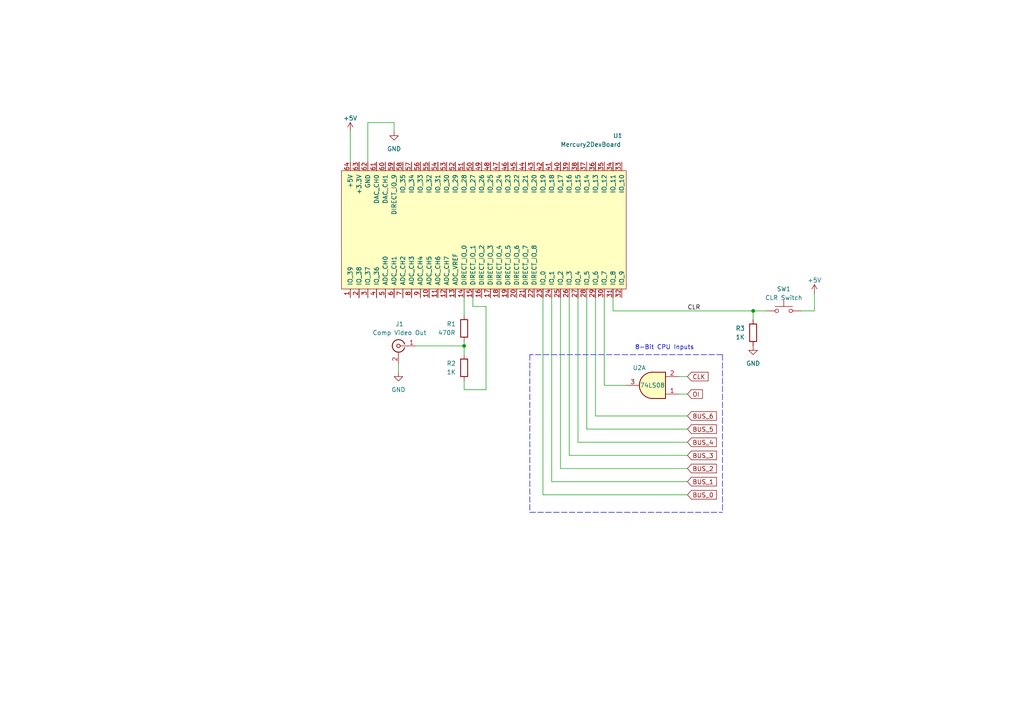
<source format=kicad_sch>
(kicad_sch (version 20230121) (generator eeschema)
  (paper "A4")
  (title_block (title "Apple 1 VDT - 8-Bit CPU Interface"))
  (lib_symbols
    (symbol "74xx:74LS08" (pin_names (offset 1.016))
      (property "Reference" "U" (at 0 1.27 0))
      (property "Value" "74LS08" (at 0 -1.27 0))
      (symbol "74LS08_1_1"
        (arc (start 0 -3.81) (mid 3.7934 0) (end 0 3.81) (stroke (width 0.254)) (fill (type background)))
        (polyline (pts (xy 0 3.81) (xy -3.81 3.81) (xy -3.81 -3.81) (xy 0 -3.81)) (stroke (width 0.254)) (fill (type background)))
        (pin input line (at -7.62 2.54 0) (length 3.81) (name "~") (number "1"))
        (pin input line (at -7.62 -2.54 0) (length 3.81) (name "~") (number "2"))
        (pin output line (at 7.62 0 180) (length 3.81) (name "~") (number "3"))
      )
      (symbol "74LS08_1_2"
        (arc (start -3.81 -3.81) (mid -2.589 0) (end -3.81 3.81) (stroke (width 0.254)))
        (arc (start -0.6096 -3.81) (mid 2.1842 -2.5851) (end 3.81 0) (stroke (width 0.254)) (fill (type background)))
        (polyline (pts (xy -3.81 -3.81) (xy -0.635 -3.81)) (stroke (width 0.254)) (fill (type background)))
        (polyline (pts (xy -3.81 3.81) (xy -0.635 3.81)) (stroke (width 0.254)) (fill (type background)))
        (polyline (pts (xy -0.635 3.81) (xy -3.81 3.81) (xy -3.81 3.81) (xy -3.556 3.4036) (xy -3.0226 2.2606) (xy -2.6924 1.0414) (xy -2.6162 -0.254) (xy -2.7686 -1.4986) (xy -3.175 -2.7178) (xy -3.81 -3.81) (xy -3.81 -3.81) (xy -0.635 -3.81)) (stroke (width -25.4)) (fill (type background)))
        (arc (start 3.81 0) (mid 2.1915 2.5936) (end -0.6096 3.81) (stroke (width 0.254)) (fill (type background)))
        (pin input inverted (at -7.62 2.54 0) (length 4.318) (name "~") (number "1"))
        (pin input inverted (at -7.62 -2.54 0) (length 4.318) (name "~") (number "2"))
        (pin output inverted (at 7.62 0 180) (length 3.81) (name "~") (number "3"))
      )
      (symbol "74LS08_2_1"
        (arc (start 0 -3.81) (mid 3.7934 0) (end 0 3.81) (stroke (width 0.254)) (fill (type background)))
        (polyline (pts (xy 0 3.81) (xy -3.81 3.81) (xy -3.81 -3.81) (xy 0 -3.81)) (stroke (width 0.254)) (fill (type background)))
        (pin input line (at -7.62 2.54 0) (length 3.81) (name "~") (number "4"))
        (pin input line (at -7.62 -2.54 0) (length 3.81) (name "~") (number "5"))
        (pin output line (at 7.62 0 180) (length 3.81) (name "~") (number "6"))
      )
      (symbol "74LS08_2_2"
        (arc (start -3.81 -3.81) (mid -2.589 0) (end -3.81 3.81) (stroke (width 0.254)))
        (arc (start -0.6096 -3.81) (mid 2.1842 -2.5851) (end 3.81 0) (stroke (width 0.254)) (fill (type background)))
        (polyline (pts (xy -3.81 -3.81) (xy -0.635 -3.81)) (stroke (width 0.254)) (fill (type background)))
        (polyline (pts (xy -3.81 3.81) (xy -0.635 3.81)) (stroke (width 0.254)) (fill (type background)))
        (polyline (pts (xy -0.635 3.81) (xy -3.81 3.81) (xy -3.81 3.81) (xy -3.556 3.4036) (xy -3.0226 2.2606) (xy -2.6924 1.0414) (xy -2.6162 -0.254) (xy -2.7686 -1.4986) (xy -3.175 -2.7178) (xy -3.81 -3.81) (xy -3.81 -3.81) (xy -0.635 -3.81)) (stroke (width -25.4)) (fill (type background)))
        (arc (start 3.81 0) (mid 2.1915 2.5936) (end -0.6096 3.81) (stroke (width 0.254)) (fill (type background)))
        (pin input inverted (at -7.62 2.54 0) (length 4.318) (name "~") (number "4"))
        (pin input inverted (at -7.62 -2.54 0) (length 4.318) (name "~") (number "5"))
        (pin output inverted (at 7.62 0 180) (length 3.81) (name "~") (number "6"))
      )
      (symbol "74LS08_3_1"
        (arc (start 0 -3.81) (mid 3.7934 0) (end 0 3.81) (stroke (width 0.254)) (fill (type background)))
        (polyline (pts (xy 0 3.81) (xy -3.81 3.81) (xy -3.81 -3.81) (xy 0 -3.81)) (stroke (width 0.254)) (fill (type background)))
        (pin input line (at -7.62 -2.54 0) (length 3.81) (name "~") (number "10"))
        (pin output line (at 7.62 0 180) (length 3.81) (name "~") (number "8"))
        (pin input line (at -7.62 2.54 0) (length 3.81) (name "~") (number "9"))
      )
      (symbol "74LS08_3_2"
        (arc (start -3.81 -3.81) (mid -2.589 0) (end -3.81 3.81) (stroke (width 0.254)))
        (arc (start -0.6096 -3.81) (mid 2.1842 -2.5851) (end 3.81 0) (stroke (width 0.254)) (fill (type background)))
        (polyline (pts (xy -3.81 -3.81) (xy -0.635 -3.81)) (stroke (width 0.254)) (fill (type background)))
        (polyline (pts (xy -3.81 3.81) (xy -0.635 3.81)) (stroke (width 0.254)) (fill (type background)))
        (polyline (pts (xy -0.635 3.81) (xy -3.81 3.81) (xy -3.81 3.81) (xy -3.556 3.4036) (xy -3.0226 2.2606) (xy -2.6924 1.0414) (xy -2.6162 -0.254) (xy -2.7686 -1.4986) (xy -3.175 -2.7178) (xy -3.81 -3.81) (xy -3.81 -3.81) (xy -0.635 -3.81)) (stroke (width -25.4)) (fill (type background)))
        (arc (start 3.81 0) (mid 2.1915 2.5936) (end -0.6096 3.81) (stroke (width 0.254)) (fill (type background)))
        (pin input inverted (at -7.62 -2.54 0) (length 4.318) (name "~") (number "10"))
        (pin output inverted (at 7.62 0 180) (length 3.81) (name "~") (number "8"))
        (pin input inverted (at -7.62 2.54 0) (length 4.318) (name "~") (number "9"))
      )
      (symbol "74LS08_4_1"
        (arc (start 0 -3.81) (mid 3.7934 0) (end 0 3.81) (stroke (width 0.254)) (fill (type background)))
        (polyline (pts (xy 0 3.81) (xy -3.81 3.81) (xy -3.81 -3.81) (xy 0 -3.81)) (stroke (width 0.254)) (fill (type background)))
        (pin output line (at 7.62 0 180) (length 3.81) (name "~") (number "11"))
        (pin input line (at -7.62 2.54 0) (length 3.81) (name "~") (number "12"))
        (pin input line (at -7.62 -2.54 0) (length 3.81) (name "~") (number "13"))
      )
      (symbol "74LS08_4_2"
        (arc (start -3.81 -3.81) (mid -2.589 0) (end -3.81 3.81) (stroke (width 0.254)))
        (arc (start -0.6096 -3.81) (mid 2.1842 -2.5851) (end 3.81 0) (stroke (width 0.254)) (fill (type background)))
        (polyline (pts (xy -3.81 -3.81) (xy -0.635 -3.81)) (stroke (width 0.254)) (fill (type background)))
        (polyline (pts (xy -3.81 3.81) (xy -0.635 3.81)) (stroke (width 0.254)) (fill (type background)))
        (polyline (pts (xy -0.635 3.81) (xy -3.81 3.81) (xy -3.81 3.81) (xy -3.556 3.4036) (xy -3.0226 2.2606) (xy -2.6924 1.0414) (xy -2.6162 -0.254) (xy -2.7686 -1.4986) (xy -3.175 -2.7178) (xy -3.81 -3.81) (xy -3.81 -3.81) (xy -0.635 -3.81)) (stroke (width -25.4)) (fill (type background)))
        (arc (start 3.81 0) (mid 2.1915 2.5936) (end -0.6096 3.81) (stroke (width 0.254)) (fill (type background)))
        (pin output inverted (at 7.62 0 180) (length 3.81) (name "~") (number "11"))
        (pin input inverted (at -7.62 2.54 0) (length 4.318) (name "~") (number "12"))
        (pin input inverted (at -7.62 -2.54 0) (length 4.318) (name "~") (number "13"))
      )
      (symbol "74LS08_5_0"
        (pin power_in line (at 0 12.7 270) (length 5.08) (name "VCC") (number "14"))
        (pin power_in line (at 0 -12.7 90) (length 5.08) (name "GND") (number "7"))
      )
      (symbol "74LS08_5_1"
        (rectangle (start -5.08 7.62) (end 5.08 -7.62) (stroke (width 0.254)) (fill (type background)))
      )
    )
    (symbol "Connector:Conn_Coaxial" (pin_names (offset 1.016) hide)
      (property "Reference" "J" (at 0.254 3.048 0))
      (property "Value" "Conn_Coaxial" (at 2.921 0 90))
      (symbol "Conn_Coaxial_0_1"
        (arc (start -1.778 -0.508) (mid 0.2311 -1.8066) (end 1.778 0) (stroke (width 0.254)))
        (polyline (pts (xy -2.54 0) (xy -0.508 0)))
        (polyline (pts (xy 0 -2.54) (xy 0 -1.778)))
        (circle (center 0 0) (radius 0.508) (stroke (width 0.2032)))
        (arc (start 1.778 0) (mid 0.2099 1.8101) (end -1.778 0.508) (stroke (width 0.254)))
      )
      (symbol "Conn_Coaxial_1_1"
        (pin passive line (at -5.08 0 0) (length 2.54) (name "In") (number "1"))
        (pin passive line (at 0 -5.08 90) (length 2.54) (name "Ext") (number "2"))
      )
    )
    (symbol "Device:R" (pin_numbers hide) (pin_names (offset 0))
      (property "Reference" "R" (at 2.032 0 90))
      (property "Value" "R" (at 0 0 90))
      (symbol "R_0_1"
        (rectangle (start -1.016 -2.54) (end 1.016 2.54) (stroke (width 0.254)))
      )
      (symbol "R_1_1"
        (pin passive line (at 0 3.81 270) (length 1.27) (name "~") (number "1"))
        (pin passive line (at 0 -3.81 90) (length 1.27) (name "~") (number "2"))
      )
    )
    (symbol "FPGA_Xilinx_Artix7:Mercury2DevBoard" (pin_names (offset 1.016))
      (property "Reference" "U" (at -17.78 43.18 0))
      (property "Value" "Mercury2DevBoard" (at -10.16 40.64 0))
      (symbol "Mercury2DevBoard_0_1"
        (rectangle (start -19.05 35.56) (end 15.24 -46.99) (fill (type background)))
      )
      (symbol "Mercury2DevBoard_1_1"
        (pin bidirectional line (at -21.59 33.02 0) (length 2.54) (name "IO_39") (number "1"))
        (pin input line (at -21.59 10.16 0) (length 2.54) (name "ADC_CH5") (number "10"))
        (pin input line (at -21.59 7.62 0) (length 2.54) (name "ADC_CH6") (number "11"))
        (pin input line (at -21.59 5.08 0) (length 2.54) (name "ADC_CH7") (number "12"))
        (pin power_in line (at -21.59 2.54 0) (length 2.54) (name "ADC_VREF") (number "13"))
        (pin bidirectional line (at -21.59 0 0) (length 2.54) (name "DIRECT_IO_0") (number "14"))
        (pin bidirectional line (at -21.59 -2.54 0) (length 2.54) (name "DIRECT_IO_1") (number "15"))
        (pin bidirectional line (at -21.59 -5.08 0) (length 2.54) (name "DIRECT_IO_2") (number "16"))
        (pin bidirectional line (at -21.59 -7.62 0) (length 2.54) (name "DIRECT_IO_3") (number "17"))
        (pin bidirectional line (at -21.59 -10.16 0) (length 2.54) (name "DIRECT_IO_4") (number "18"))
        (pin bidirectional line (at -21.59 -12.7 0) (length 2.54) (name "DIRECT_IO_5") (number "19"))
        (pin bidirectional line (at -21.59 30.48 0) (length 2.54) (name "IO_38") (number "2"))
        (pin bidirectional line (at -21.59 -15.24 0) (length 2.54) (name "DIRECT_IO_6") (number "20"))
        (pin bidirectional line (at -21.59 -17.78 0) (length 2.54) (name "DIRECT_IO_7") (number "21"))
        (pin bidirectional line (at -21.59 -20.32 0) (length 2.54) (name "DIRECT_IO_8") (number "22"))
        (pin bidirectional line (at -21.59 -22.86 0) (length 2.54) (name "IO_0") (number "23"))
        (pin bidirectional line (at -21.59 -25.4 0) (length 2.54) (name "IO_1") (number "24"))
        (pin bidirectional line (at -21.59 -27.94 0) (length 2.54) (name "IO_2") (number "25"))
        (pin bidirectional line (at -21.59 -30.48 0) (length 2.54) (name "IO_3") (number "26"))
        (pin bidirectional line (at -21.59 -33.02 0) (length 2.54) (name "IO_4") (number "27"))
        (pin bidirectional line (at -21.59 -35.56 0) (length 2.54) (name "IO_5") (number "28"))
        (pin bidirectional line (at -21.59 -38.1 0) (length 2.54) (name "IO_6") (number "29"))
        (pin bidirectional line (at -21.59 27.94 0) (length 2.54) (name "IO_37") (number "3"))
        (pin bidirectional line (at -21.59 -40.64 0) (length 2.54) (name "IO_7") (number "30"))
        (pin bidirectional line (at -21.59 -43.18 0) (length 2.54) (name "IO_8") (number "31"))
        (pin bidirectional line (at -21.59 -45.72 0) (length 2.54) (name "IO_9") (number "32"))
        (pin bidirectional line (at 17.78 -45.72 180) (length 2.54) (name "IO_10") (number "33"))
        (pin bidirectional line (at 17.78 -43.18 180) (length 2.54) (name "IO_11") (number "34"))
        (pin bidirectional line (at 17.78 -40.64 180) (length 2.54) (name "IO_12") (number "35"))
        (pin bidirectional line (at 17.78 -38.1 180) (length 2.54) (name "IO_13") (number "36"))
        (pin bidirectional line (at 17.78 -35.56 180) (length 2.54) (name "IO_14") (number "37"))
        (pin bidirectional line (at 17.78 -33.02 180) (length 2.54) (name "IO_15") (number "38"))
        (pin bidirectional line (at 17.78 -30.48 180) (length 2.54) (name "IO_16") (number "39"))
        (pin bidirectional line (at -21.59 25.4 0) (length 2.54) (name "IO_36") (number "4"))
        (pin bidirectional line (at 17.78 -27.94 180) (length 2.54) (name "IO_17") (number "40"))
        (pin bidirectional line (at 17.78 -25.4 180) (length 2.54) (name "IO_18") (number "41"))
        (pin bidirectional line (at 17.78 -22.86 180) (length 2.54) (name "IO_19") (number "42"))
        (pin bidirectional line (at 17.78 -20.32 180) (length 2.54) (name "IO_20") (number "43"))
        (pin bidirectional line (at 17.78 -17.78 180) (length 2.54) (name "IO_21") (number "44"))
        (pin bidirectional line (at 17.78 -15.24 180) (length 2.54) (name "IO_22") (number "45"))
        (pin bidirectional line (at 17.78 -12.7 180) (length 2.54) (name "IO_23") (number "46"))
        (pin bidirectional line (at 17.78 -10.16 180) (length 2.54) (name "IO_24") (number "47"))
        (pin bidirectional line (at 17.78 -7.62 180) (length 2.54) (name "IO_25") (number "48"))
        (pin bidirectional line (at 17.78 -5.08 180) (length 2.54) (name "IO_26") (number "49"))
        (pin input line (at -21.59 22.86 0) (length 2.54) (name "ADC_CH0") (number "5"))
        (pin bidirectional line (at 17.78 -2.54 180) (length 2.54) (name "IO_27") (number "50"))
        (pin bidirectional line (at 17.78 0 180) (length 2.54) (name "IO_28") (number "51"))
        (pin bidirectional line (at 17.78 2.54 180) (length 2.54) (name "IO_29") (number "52"))
        (pin bidirectional line (at 17.78 5.08 180) (length 2.54) (name "IO_30") (number "53"))
        (pin bidirectional line (at 17.78 7.62 180) (length 2.54) (name "IO_31") (number "54"))
        (pin bidirectional line (at 17.78 10.16 180) (length 2.54) (name "IO_32") (number "55"))
        (pin bidirectional line (at 17.78 12.7 180) (length 2.54) (name "IO_33") (number "56"))
        (pin bidirectional line (at 17.78 15.24 180) (length 2.54) (name "IO_34") (number "57"))
        (pin bidirectional line (at 17.78 17.78 180) (length 2.54) (name "IO_35") (number "58"))
        (pin bidirectional line (at 17.78 20.32 180) (length 2.54) (name "DIRECT_IO_9") (number "59"))
        (pin input line (at -21.59 20.32 0) (length 2.54) (name "ADC_CH1") (number "6"))
        (pin output line (at 17.78 22.86 180) (length 2.54) (name "DAC_CH1") (number "60"))
        (pin output line (at 17.78 25.4 180) (length 2.54) (name "DAC_CH0") (number "61"))
        (pin power_in line (at 17.78 27.94 180) (length 2.54) (name "GND") (number "62"))
        (pin power_out line (at 17.78 30.48 180) (length 2.54) (name "+3.3V") (number "63"))
        (pin power_in line (at 17.78 33.02 180) (length 2.54) (name "+5V") (number "64"))
        (pin input line (at -21.59 17.78 0) (length 2.54) (name "ADC_CH2") (number "7"))
        (pin input line (at -21.59 15.24 0) (length 2.54) (name "ADC_CH3") (number "8"))
        (pin input line (at -21.59 12.7 0) (length 2.54) (name "ADC_CH4") (number "9"))
      )
    )
    (symbol "Switch:SW_Push" (pin_numbers hide) (pin_names (offset 1.016) hide)
      (property "Reference" "SW" (at 1.27 2.54 0))
      (property "Value" "SW_Push" (at 0 -1.524 0))
      (symbol "SW_Push_0_1"
        (circle (center -2.032 0) (radius 0.508))
        (polyline (pts (xy 0 1.27) (xy 0 3.048)))
        (polyline (pts (xy 2.54 1.27) (xy -2.54 1.27)))
        (circle (center 2.032 0) (radius 0.508))
        (pin passive line (at -5.08 0 0) (length 2.54) (name "1") (number "1"))
        (pin passive line (at 5.08 0 180) (length 2.54) (name "2") (number "2"))
      )
    )
    (symbol "power:+5V" (power) (pin_names (offset 0))
      (property "Value" "+5V" (at 0 3.556 0))
      (symbol "+5V_0_1"
        (polyline (pts (xy -0.762 1.27) (xy 0 2.54)))
        (polyline (pts (xy 0 0) (xy 0 2.54)))
        (polyline (pts (xy 0 2.54) (xy 0.762 1.27)))
      )
      (symbol "+5V_1_1"
        (pin power_in line (at 0 0 90) (length 0) hide (name "+5V") (number "1"))
      )
    )
    (symbol "power:GND" (power) (pin_names (offset 0))
      (property "Value" "GND" (at 0 -3.81 0))
      (symbol "GND_0_1"
        (polyline (pts (xy 0 0) (xy 0 -1.27) (xy 1.27 -1.27) (xy 0 -2.54) (xy -1.27 -1.27) (xy 0 -1.27)))
      )
      (symbol "GND_1_1"
        (pin power_in line (at 0 0 270) (length 0) hide (name "GND") (number "1"))
      )
    )
  )
  (junction (at 134.62 100.33))
  (junction (at 218.44 90.17))
  (wire (pts (xy 120.65 100.33) (xy 134.62 100.33)))
  (wire (pts (xy 199.39 120.65) (xy 172.72 120.65)))
  (wire (pts (xy 199.39 128.27) (xy 167.64 128.27)))
  (wire (pts (xy 140.97 88.9) (xy 140.97 113.03)))
  (polyline (pts (xy 153.67 102.87) (xy 153.67 148.59)) (stroke (width 0) (type dash)))
  (wire (pts (xy 199.39 143.51) (xy 157.48 143.51)))
  (wire (pts (xy 140.97 113.03) (xy 134.62 113.03)))
  (wire (pts (xy 170.18 124.46) (xy 170.18 86.36)))
  (wire (pts (xy 134.62 100.33) (xy 134.62 102.87)))
  (wire (pts (xy 106.68 46.99) (xy 106.68 35.56)))
  (wire (pts (xy 106.68 35.56) (xy 114.3 35.56)))
  (polyline (pts (xy 209.55 102.87) (xy 209.55 148.59)) (stroke (width 0) (type dash)))
  (wire (pts (xy 218.44 90.17) (xy 177.8 90.17)))
  (wire (pts (xy 236.22 90.17) (xy 236.22 85.09)))
  (wire (pts (xy 222.25 90.17) (xy 218.44 90.17)))
  (wire (pts (xy 165.1 132.08) (xy 165.1 86.36)))
  (wire (pts (xy 134.62 110.49) (xy 134.62 113.03)))
  (wire (pts (xy 167.64 128.27) (xy 167.64 86.36)))
  (polyline (pts (xy 209.55 102.87) (xy 153.67 102.87)) (stroke (width 0) (type dash)))
  (wire (pts (xy 199.39 139.7) (xy 160.02 139.7)))
  (wire (pts (xy 160.02 139.7) (xy 160.02 86.36)))
  (wire (pts (xy 199.39 124.46) (xy 170.18 124.46)))
  (wire (pts (xy 101.6 38.1) (xy 101.6 46.99)))
  (wire (pts (xy 162.56 135.89) (xy 162.56 86.36)))
  (wire (pts (xy 196.85 114.3) (xy 199.39 114.3)))
  (wire (pts (xy 196.85 109.22) (xy 199.39 109.22)))
  (wire (pts (xy 177.8 90.17) (xy 177.8 86.36)))
  (wire (pts (xy 199.39 132.08) (xy 165.1 132.08)))
  (wire (pts (xy 199.39 135.89) (xy 162.56 135.89)))
  (wire (pts (xy 218.44 90.17) (xy 218.44 92.71)))
  (polyline (pts (xy 153.67 148.59) (xy 209.55 148.59)) (stroke (width 0) (type dash)))
  (wire (pts (xy 134.62 86.36) (xy 134.62 91.44)))
  (wire (pts (xy 181.61 111.76) (xy 175.26 111.76)))
  (wire (pts (xy 114.3 35.56) (xy 114.3 38.1)))
  (wire (pts (xy 115.57 105.41) (xy 115.57 107.95)))
  (wire (pts (xy 172.72 120.65) (xy 172.72 86.36)))
  (wire (pts (xy 232.41 90.17) (xy 236.22 90.17)))
  (wire (pts (xy 157.48 143.51) (xy 157.48 86.36)))
  (wire (pts (xy 137.16 88.9) (xy 140.97 88.9)))
  (wire (pts (xy 137.16 86.36) (xy 137.16 88.9)))
  (wire (pts (xy 175.26 111.76) (xy 175.26 86.36)))
  (wire (pts (xy 134.62 99.06) (xy 134.62 100.33)))
  (text "8-Bit CPU Inputs" (at 184.15 101.6 0) (effects (font (size 1.27 1.27)) (justify left bottom)))
  (label "CLR" (at 199.39 90.17 0))
  (global_label "BUS_1" (shape input) (at 199.39 139.7 0) (property "Intersheetrefs" "${INTERSHEET_REFS}" (effects hide)))
  (global_label "BUS_4" (shape input) (at 199.39 128.27 0) (property "Intersheetrefs" "${INTERSHEET_REFS}" (effects hide)))
  (global_label "BUS_3" (shape input) (at 199.39 132.08 0) (property "Intersheetrefs" "${INTERSHEET_REFS}" (effects hide)))
  (global_label "BUS_2" (shape input) (at 199.39 135.89 0) (property "Intersheetrefs" "${INTERSHEET_REFS}" (effects hide)))
  (global_label "BUS_6" (shape input) (at 199.39 120.65 0) (property "Intersheetrefs" "${INTERSHEET_REFS}" (effects hide)))
  (global_label "BUS_5" (shape input) (at 199.39 124.46 0) (property "Intersheetrefs" "${INTERSHEET_REFS}" (effects hide)))
  (global_label "CLK" (shape input) (at 199.39 109.22 0) (property "Intersheetrefs" "${INTERSHEET_REFS}" (effects hide)))
  (global_label "OI" (shape input) (at 199.39 114.3 0) (property "Intersheetrefs" "${INTERSHEET_REFS}" (effects hide)))
  (global_label "BUS_0" (shape input) (at 199.39 143.51 0) (property "Intersheetrefs" "${INTERSHEET_REFS}" (effects hide)))
  (symbol (lib_id "Device:R") (at 134.62 106.68 0) (unit 1)
    (property "Reference" "R2" (at 129.54 105.41 0) (effects (justify left)))
    (property "Value" "1K" (at 129.54 107.95 0) (effects (justify left)))
  )
  (symbol (lib_id "Device:R") (at 218.44 96.52 0) (unit 1)
    (property "Reference" "R3" (at 213.36 95.25 0) (effects (justify left)))
    (property "Value" "1K" (at 213.36 97.79 0) (effects (justify left)))
  )
  (symbol (lib_id "Device:R") (at 134.62 95.25 0) (unit 1)
    (property "Reference" "R1" (at 129.54 93.98 0) (effects (justify left)))
    (property "Value" "470R" (at 127 96.52 0) (effects (justify left)))
  )
  (symbol (lib_id "Connector:Conn_Coaxial") (at 115.57 100.33 0) (mirror y) (unit 1)
    (property "Reference" "J1" (at 115.8874 93.98 0))
    (property "Value" "Comp Video Out" (at 115.8874 96.52 0))
    (property "Datasheet" " ~" (effects hide))
  )
  (symbol (lib_id "FPGA_Xilinx_Artix7:Mercury2DevBoard") (at 134.62 64.77 90) (unit 1)
    (property "Reference" "U1" (at 177.8 39.37 90) (effects (justify right)))
    (property "Value" "Mercury2DevBoard" (at 162.56 41.91 90) (effects (justify right)))
  )
  (symbol (lib_id "power:+5V") (at 236.22 85.09 0) (unit 1)
    (property "Reference" "#PWR05" (effects hide))
    (property "Value" "+5V" (at 236.22 81.28 0))
  )
  (symbol (lib_id "Switch:SW_Push") (at 227.33 90.17 0) (unit 1)
    (property "Reference" "SW1" (at 227.33 83.82 0))
    (property "Value" "CLR Switch" (at 227.33 86.36 0))
  )
  (symbol (lib_id "power:GND") (at 115.57 107.95 0) (unit 1)
    (property "Reference" "#PWR03" (effects hide))
    (property "Value" "GND" (at 115.57 113.03 0))
  )
  (symbol (lib_id "power:GND") (at 218.44 100.33 0) (unit 1)
    (property "Reference" "#PWR04" (effects hide))
    (property "Value" "GND" (at 218.44 105.41 0))
  )
  (symbol (lib_id "74xx:74LS08") (at 189.23 111.76 180) (unit 1)
    (property "Reference" "U2" (at 185.42 106.68 0))
    (property "Value" "74LS08" (at 189.23 111.76 0))
    (property "Datasheet" "http://www.ti.com/lit/gpn/sn74LS08" (effects hide))
  )
  (symbol (lib_id "power:GND") (at 114.3 38.1 0) (unit 1)
    (property "Reference" "#PWR01" (effects hide))
    (property "Value" "GND" (at 114.3 43.18 0))
  )
  (symbol (lib_id "power:+5V") (at 101.6 38.1 0) (unit 1)
    (property "Reference" "#PWR02" (effects hide))
    (property "Value" "+5V" (at 101.6 34.29 0))
  )
)
</source>
